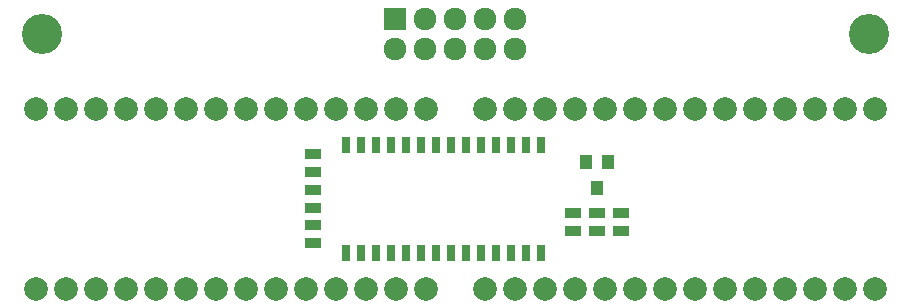
<source format=gbs>
%FSLAX34Y34*%
G04 Gerber Fmt 3.4, Leading zero omitted, Abs format*
G04 (created by PCBNEW (2014-04-07 BZR 4791)-product) date ons  9 apr 2014 20:42:48*
%MOIN*%
G01*
G70*
G90*
G04 APERTURE LIST*
%ADD10C,0.005906*%
%ADD11R,0.052874X0.032874*%
%ADD12R,0.075874X0.075874*%
%ADD13O,0.075874X0.075874*%
%ADD14C,0.133874*%
%ADD15R,0.027874X0.057874*%
%ADD16C,0.078740*%
%ADD17R,0.039374X0.047274*%
G04 APERTURE END LIST*
G54D10*
G54D11*
X50000Y-40063D03*
X50000Y-39463D03*
G54D12*
X52724Y-34933D03*
G54D13*
X52724Y-35933D03*
X53724Y-34933D03*
X53724Y-35933D03*
X54724Y-34933D03*
X54724Y-35933D03*
X55724Y-34933D03*
X55724Y-35933D03*
X56724Y-34933D03*
X56724Y-35933D03*
G54D14*
X68503Y-35433D03*
X40944Y-35433D03*
G54D11*
X50000Y-41244D03*
X50000Y-40644D03*
X50000Y-41825D03*
X50000Y-42425D03*
X58661Y-42032D03*
X58661Y-41432D03*
X59448Y-42032D03*
X59448Y-41432D03*
X60236Y-42032D03*
X60236Y-41432D03*
G54D15*
X51080Y-39144D03*
X51580Y-39144D03*
X52080Y-39144D03*
X52580Y-39144D03*
X53080Y-39144D03*
X53580Y-39144D03*
X54080Y-39144D03*
X54580Y-39144D03*
X55080Y-39144D03*
X55580Y-39144D03*
X56080Y-39144D03*
X56580Y-39144D03*
X57080Y-39144D03*
X57580Y-39144D03*
X57580Y-42744D03*
X57080Y-42744D03*
X56580Y-42744D03*
X56080Y-42744D03*
X55580Y-42744D03*
X55080Y-42744D03*
X54580Y-42744D03*
X54080Y-42744D03*
X53580Y-42744D03*
X53080Y-42744D03*
X52580Y-42744D03*
X52080Y-42744D03*
X51580Y-42744D03*
X51080Y-42744D03*
G54D16*
X55716Y-43944D03*
X56716Y-43944D03*
X57716Y-43944D03*
X58716Y-43944D03*
X59716Y-43944D03*
X60716Y-43944D03*
X61716Y-43944D03*
X62716Y-43944D03*
X63716Y-43944D03*
X64716Y-43944D03*
X65716Y-43944D03*
X66716Y-43944D03*
X67716Y-43944D03*
X68716Y-43944D03*
X68716Y-37944D03*
X67716Y-37944D03*
X66716Y-37944D03*
X65716Y-37944D03*
X64716Y-37944D03*
X63716Y-37944D03*
X62716Y-37944D03*
X61716Y-37944D03*
X60716Y-37944D03*
X59716Y-37944D03*
X58716Y-37944D03*
X57716Y-37944D03*
X56716Y-37944D03*
X55716Y-37944D03*
G54D17*
X59448Y-40590D03*
X59823Y-39724D03*
X59073Y-39724D03*
G54D16*
X40755Y-43944D03*
X41755Y-43944D03*
X42755Y-43944D03*
X43755Y-43944D03*
X44755Y-43944D03*
X45755Y-43944D03*
X46755Y-43944D03*
X47755Y-43944D03*
X48755Y-43944D03*
X49755Y-43944D03*
X50755Y-43944D03*
X51755Y-43944D03*
X52755Y-43944D03*
X53755Y-43944D03*
X53755Y-37944D03*
X52755Y-37944D03*
X51755Y-37944D03*
X50755Y-37944D03*
X49755Y-37944D03*
X48755Y-37944D03*
X47755Y-37944D03*
X46755Y-37944D03*
X45755Y-37944D03*
X44755Y-37944D03*
X43755Y-37944D03*
X42755Y-37944D03*
X41755Y-37944D03*
X40755Y-37944D03*
M02*

</source>
